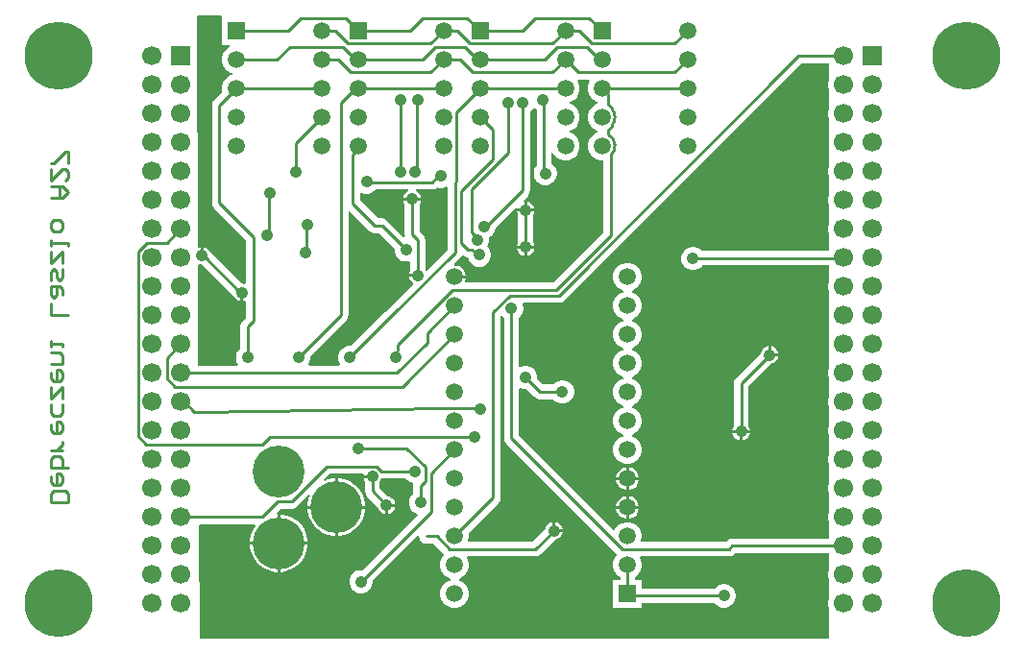
<source format=gbl>
G04*
G04 #@! TF.GenerationSoftware,Altium Limited,Altium Designer,22.4.2 (48)*
G04*
G04 Layer_Physical_Order=2*
G04 Layer_Color=16711680*
%FSLAX25Y25*%
%MOIN*%
G70*
G04*
G04 #@! TF.SameCoordinates,2B347DE3-97D0-49F3-8BDC-BE20E8F67AC4*
G04*
G04*
G04 #@! TF.FilePolarity,Positive*
G04*
G01*
G75*
%ADD12C,0.01000*%
%ADD46C,0.05906*%
%ADD47C,0.05906*%
%ADD48R,0.05906X0.05906*%
%ADD49C,0.18000*%
%ADD50R,0.05906X0.05906*%
%ADD51C,0.06693*%
%ADD52R,0.06693X0.06693*%
%ADD53C,0.23622*%
%ADD54C,0.04100*%
G36*
X204423Y201364D02*
X204046Y200711D01*
X203709Y199451D01*
Y198147D01*
X204046Y196888D01*
X204698Y195758D01*
X205620Y194836D01*
X206750Y194184D01*
X207220Y194058D01*
Y193540D01*
X206750Y193414D01*
X205620Y192762D01*
X204698Y191840D01*
X204046Y190711D01*
X203709Y189451D01*
Y188147D01*
X204046Y186888D01*
X204698Y185758D01*
X205620Y184836D01*
X206750Y184184D01*
X207220Y184058D01*
Y183540D01*
X206750Y183414D01*
X205620Y182762D01*
X204698Y181840D01*
X204046Y180711D01*
X203709Y179451D01*
Y178147D01*
X204046Y176888D01*
X204698Y175758D01*
X205620Y174836D01*
X206750Y174184D01*
X208009Y173846D01*
X209065D01*
Y148694D01*
X191814Y131443D01*
X161456D01*
X161196Y131943D01*
X161433Y132826D01*
Y132846D01*
X157480D01*
Y133846D01*
X161433D01*
Y133867D01*
X161164Y134872D01*
X160643Y135774D01*
X159907Y136509D01*
X159006Y137030D01*
X158001Y137299D01*
X157458D01*
X157251Y137799D01*
X159495Y140043D01*
X159863Y140594D01*
X160163Y140837D01*
X160514Y140736D01*
X161080Y140358D01*
X162056Y140164D01*
X162094D01*
X162291Y139431D01*
X162824Y138507D01*
X163578Y137753D01*
X164502Y137220D01*
X165532Y136944D01*
X166598D01*
X167628Y137220D01*
X168552Y137753D01*
X169306Y138507D01*
X169839Y139431D01*
X170115Y140461D01*
Y141527D01*
X169839Y142558D01*
X169306Y143481D01*
X168879Y143907D01*
X169217Y144493D01*
X169493Y145523D01*
Y146590D01*
X169369Y147051D01*
X170060Y147450D01*
X170814Y148204D01*
X171347Y149127D01*
X171623Y150157D01*
Y150301D01*
X178629Y157308D01*
X179077Y157049D01*
X179063Y156996D01*
X181587D01*
Y159520D01*
X181534Y159506D01*
X181275Y159954D01*
X182905Y161583D01*
X183457Y162410D01*
X183651Y163386D01*
Y190719D01*
X184343Y191411D01*
X184648Y191938D01*
X185143Y192003D01*
X185505Y191641D01*
X185935Y191393D01*
Y171978D01*
X185736Y171778D01*
X185202Y170855D01*
X184926Y169825D01*
Y168758D01*
X185202Y167728D01*
X185736Y166805D01*
X186490Y166051D01*
X187413Y165517D01*
X188443Y165241D01*
X189510D01*
X190540Y165517D01*
X191463Y166051D01*
X192217Y166805D01*
X192750Y167728D01*
X193026Y168758D01*
Y169825D01*
X192750Y170855D01*
X192217Y171778D01*
X191463Y172532D01*
X191033Y172780D01*
Y176367D01*
X191533Y176501D01*
X191962Y175758D01*
X192884Y174836D01*
X194014Y174184D01*
X195273Y173846D01*
X196577D01*
X197837Y174184D01*
X198966Y174836D01*
X199888Y175758D01*
X200540Y176888D01*
X200878Y178147D01*
Y179451D01*
X200540Y180711D01*
X199888Y181840D01*
X198966Y182762D01*
X197837Y183414D01*
X197367Y183540D01*
Y184058D01*
X197837Y184184D01*
X198966Y184836D01*
X199888Y185758D01*
X200540Y186888D01*
X200878Y188147D01*
Y189451D01*
X200540Y190711D01*
X199888Y191840D01*
X198966Y192762D01*
X197837Y193414D01*
X197367Y193540D01*
Y194058D01*
X197837Y194184D01*
X198966Y194836D01*
X199888Y195758D01*
X200540Y196888D01*
X200878Y198147D01*
Y199451D01*
X200540Y200711D01*
X200185Y201326D01*
X200274Y201543D01*
X200490Y201798D01*
X204173D01*
X204423Y201364D01*
D02*
G37*
G36*
X155144Y164546D02*
Y142901D01*
X147722Y135479D01*
X147628Y135491D01*
X147234Y135699D01*
Y146234D01*
X147040Y147210D01*
X146487Y148037D01*
X145265Y149258D01*
Y158748D01*
X145559Y159256D01*
X145740Y159933D01*
X139693D01*
X139874Y159256D01*
X140168Y158748D01*
Y148203D01*
X140315Y147461D01*
X139854Y147215D01*
X134173Y152897D01*
X133346Y153449D01*
X132370Y153643D01*
X130888D01*
X124596Y159935D01*
Y162532D01*
X125029Y162782D01*
X125405Y162565D01*
X126435Y162289D01*
X127502D01*
X128532Y162565D01*
X129455Y163098D01*
X130076Y163718D01*
X141358D01*
X141370Y163688D01*
X141441Y163218D01*
X140844Y162874D01*
X140276Y162306D01*
X139874Y161610D01*
X139693Y160933D01*
X145740D01*
X145559Y161610D01*
X145157Y162306D01*
X144589Y162874D01*
X143992Y163218D01*
X144063Y163688D01*
X144075Y163718D01*
X149680D01*
X150656Y163912D01*
X151416Y164420D01*
X152026Y164257D01*
X153092D01*
X154122Y164533D01*
X154644Y164834D01*
X155144Y164546D01*
D02*
G37*
G36*
X287402Y201629D02*
X287154Y200704D01*
Y199296D01*
X287402Y198371D01*
Y191630D01*
X287154Y190704D01*
Y189296D01*
X287402Y188371D01*
Y171630D01*
X287154Y170704D01*
Y169296D01*
X287402Y168370D01*
Y161629D01*
X287154Y160704D01*
Y159296D01*
X287402Y158370D01*
Y151629D01*
X287154Y150704D01*
Y149296D01*
X287402Y148371D01*
Y142431D01*
X243218D01*
X242644Y143005D01*
X241721Y143538D01*
X240691Y143814D01*
X239624D01*
X238594Y143538D01*
X237671Y143005D01*
X236917Y142251D01*
X236384Y141327D01*
X236107Y140297D01*
Y139231D01*
X236384Y138200D01*
X236917Y137277D01*
X237671Y136523D01*
X238594Y135990D01*
X239624Y135714D01*
X240691D01*
X241721Y135990D01*
X242644Y136523D01*
X243398Y137277D01*
X243431Y137333D01*
X287402D01*
Y131630D01*
X287154Y130704D01*
Y129296D01*
X287402Y128370D01*
Y101629D01*
X287154Y100704D01*
Y99296D01*
X287402Y98370D01*
Y91629D01*
X287154Y90704D01*
Y89296D01*
X287402Y88371D01*
Y81630D01*
X287154Y80704D01*
Y79296D01*
X287402Y78370D01*
Y71630D01*
X287154Y70704D01*
Y69296D01*
X287402Y68370D01*
Y61629D01*
X287154Y60704D01*
Y59296D01*
X287402Y58371D01*
Y51630D01*
X287154Y50704D01*
Y49296D01*
X287402Y48371D01*
Y42549D01*
X253851D01*
X252876Y42355D01*
X252049Y41802D01*
X251689Y41442D01*
X222508D01*
X222204Y41839D01*
X222433Y42694D01*
Y43998D01*
X222095Y45258D01*
X221444Y46387D01*
X220521Y47309D01*
X219392Y47961D01*
X218132Y48299D01*
X216828D01*
X215569Y47961D01*
X214439Y47309D01*
X213517Y46387D01*
X213074Y45621D01*
X212579Y45555D01*
X179751Y78383D01*
Y94597D01*
X180184Y94847D01*
X180523Y94651D01*
X181553Y94375D01*
X182532D01*
X185205Y91702D01*
X186032Y91149D01*
X187008Y90955D01*
X191703D01*
X192395Y90263D01*
X193319Y89730D01*
X194349Y89454D01*
X195415D01*
X196445Y89730D01*
X197369Y90263D01*
X198123Y91017D01*
X198656Y91941D01*
X198932Y92971D01*
Y94037D01*
X198656Y95067D01*
X198123Y95991D01*
X197369Y96745D01*
X196445Y97278D01*
X195415Y97554D01*
X194349D01*
X193319Y97278D01*
X192395Y96745D01*
X191703Y96053D01*
X188064D01*
X186137Y97980D01*
Y98958D01*
X185861Y99988D01*
X185327Y100912D01*
X184573Y101666D01*
X183650Y102199D01*
X182620Y102475D01*
X181553D01*
X180523Y102199D01*
X180184Y102003D01*
X179751Y102253D01*
Y119191D01*
X180442Y119882D01*
X180976Y120806D01*
X181252Y121836D01*
Y122902D01*
X180999Y123845D01*
X181241Y124345D01*
X193699D01*
X194674Y124539D01*
X195501Y125091D01*
X277861Y207451D01*
X287402D01*
Y201629D01*
D02*
G37*
G36*
X76740Y223534D02*
Y213846D01*
X79530D01*
X79663Y213347D01*
X78652Y212762D01*
X77730Y211840D01*
X77078Y210711D01*
X76740Y209451D01*
Y208147D01*
X77078Y206888D01*
X77730Y205758D01*
X78652Y204836D01*
X79781Y204184D01*
X80251Y204058D01*
Y203540D01*
X79781Y203414D01*
X78652Y202762D01*
X77730Y201840D01*
X77078Y200711D01*
X76740Y199451D01*
Y198147D01*
X76887Y197598D01*
X73985Y194696D01*
X73432Y193869D01*
X73238Y192894D01*
Y158991D01*
X73432Y158016D01*
X73985Y157189D01*
X85049Y146124D01*
Y131216D01*
X84549Y130872D01*
X84063Y131003D01*
X83724D01*
X72618Y142109D01*
X72322Y142621D01*
X71755Y143189D01*
X71059Y143590D01*
X70382Y143772D01*
Y140748D01*
X69382D01*
Y143772D01*
X68783Y143611D01*
X68282Y143849D01*
X67921Y223680D01*
X68274Y224034D01*
X76357D01*
X76740Y223534D01*
D02*
G37*
G36*
X128029Y149292D02*
X128856Y148739D01*
X129832Y148545D01*
X131315D01*
X136698Y143162D01*
Y142183D01*
X136974Y141153D01*
X137507Y140230D01*
X138261Y139476D01*
X139185Y138943D01*
X140215Y138666D01*
X141281D01*
X141739Y138789D01*
X142136Y138485D01*
Y135543D01*
X141843Y135036D01*
X141661Y134358D01*
X144685D01*
Y133358D01*
X141661D01*
X141843Y132681D01*
X142244Y131985D01*
X142812Y131418D01*
X142994Y131313D01*
X143059Y130817D01*
X133602Y121360D01*
X133303Y121160D01*
X121508Y109365D01*
X120530D01*
X119500Y109089D01*
X118576Y108556D01*
X117822Y107802D01*
X117289Y106878D01*
X117013Y105848D01*
Y104782D01*
X117289Y103752D01*
X117695Y103049D01*
X117427Y102549D01*
X106982D01*
X106715Y103049D01*
X107121Y103752D01*
X107396Y104782D01*
Y105760D01*
X119913Y118276D01*
X120465Y119103D01*
X120659Y120079D01*
Y156009D01*
X121121Y156200D01*
X128029Y149292D01*
D02*
G37*
G36*
X69480Y137698D02*
X69819D01*
X80925Y126592D01*
X81221Y126080D01*
X81789Y125512D01*
X82484Y125111D01*
X83161Y124929D01*
Y127953D01*
X84161D01*
Y124929D01*
X84549Y125033D01*
X85049Y124690D01*
Y119189D01*
X83828Y117967D01*
X83275Y117140D01*
X83081Y116164D01*
Y108494D01*
X82389Y107802D01*
X81856Y106878D01*
X81580Y105848D01*
Y104782D01*
X81856Y103752D01*
X82262Y103049D01*
X81994Y102549D01*
X68469D01*
X68310Y137626D01*
X68809Y137878D01*
X69480Y137698D01*
D02*
G37*
G36*
X173924Y119946D02*
X173961Y119882D01*
X174653Y119191D01*
Y77328D01*
X174847Y76352D01*
X175399Y75525D01*
X213739Y37185D01*
X213754Y36624D01*
X213517Y36387D01*
X212865Y35258D01*
X212528Y33998D01*
Y32694D01*
X212865Y31434D01*
X213517Y30305D01*
X214439Y29383D01*
X214931Y29099D01*
Y28299D01*
X212528D01*
Y18393D01*
X222433D01*
Y20089D01*
X247806D01*
X248498Y19397D01*
X249421Y18864D01*
X250451Y18588D01*
X251518D01*
X252548Y18864D01*
X253471Y19397D01*
X254225Y20151D01*
X254758Y21075D01*
X255034Y22105D01*
Y23171D01*
X254758Y24201D01*
X254225Y25125D01*
X253471Y25879D01*
X252548Y26412D01*
X251518Y26688D01*
X250451D01*
X249421Y26412D01*
X248498Y25879D01*
X247806Y25187D01*
X222433D01*
Y28299D01*
X220029D01*
Y29099D01*
X220521Y29383D01*
X221444Y30305D01*
X222095Y31434D01*
X222433Y32694D01*
Y33998D01*
X222095Y35258D01*
X221718Y35911D01*
X221968Y36344D01*
X252744D01*
X253720Y36538D01*
X254547Y37091D01*
X254907Y37451D01*
X287402D01*
Y31629D01*
X287154Y30704D01*
Y29296D01*
X287402Y28370D01*
Y21630D01*
X287154Y20704D01*
Y19296D01*
X287402Y18371D01*
Y7874D01*
X68898D01*
X68720Y47097D01*
X69073Y47451D01*
X88176D01*
X88443Y46951D01*
X87595Y45682D01*
X86841Y43862D01*
X86457Y41930D01*
Y41445D01*
X95957D01*
Y50945D01*
X95919D01*
X95712Y51445D01*
X97163Y52896D01*
X100924D01*
X101899Y53090D01*
X102726Y53642D01*
X106904Y57820D01*
X107328Y57537D01*
X106841Y56362D01*
X106457Y54430D01*
Y53945D01*
X115957D01*
Y63445D01*
X115472D01*
X113540Y63061D01*
X112364Y62574D01*
X112081Y62998D01*
X114061Y64977D01*
X125637D01*
X125941Y64581D01*
X125913Y64476D01*
X128937D01*
Y63476D01*
X125913D01*
X126095Y62799D01*
X126388Y62291D01*
Y59055D01*
X126582Y58080D01*
X127135Y57253D01*
X130864Y53523D01*
X131016Y52957D01*
X131418Y52261D01*
X131985Y51693D01*
X132681Y51292D01*
X133358Y51110D01*
Y54134D01*
X133858D01*
Y54634D01*
X136882D01*
X136700Y55311D01*
X136299Y56007D01*
X135731Y56574D01*
X135036Y56976D01*
X134469Y57128D01*
X131486Y60111D01*
Y62291D01*
X131779Y62799D01*
X131942Y63405D01*
X131989Y63396D01*
X140522D01*
X141214Y62704D01*
X142138Y62171D01*
X142864Y61976D01*
X143168Y61895D01*
X143220Y61395D01*
X143120Y60895D01*
Y58297D01*
X142429Y57605D01*
X141895Y56681D01*
X141619Y55651D01*
Y54585D01*
X141895Y53555D01*
X142429Y52631D01*
X143183Y51877D01*
X144106Y51344D01*
X144470Y51247D01*
X144600Y50763D01*
X125445Y31609D01*
X124467D01*
X123437Y31333D01*
X122513Y30800D01*
X121759Y30046D01*
X121226Y29122D01*
X120950Y28092D01*
Y27026D01*
X121226Y25996D01*
X121759Y25072D01*
X122513Y24318D01*
X123437Y23785D01*
X124467Y23509D01*
X125533D01*
X126563Y23785D01*
X127487Y24318D01*
X128241Y25072D01*
X128774Y25996D01*
X129050Y27026D01*
Y28004D01*
X144663Y43617D01*
X145104Y43381D01*
X145089Y43307D01*
X145283Y42332D01*
X145835Y41505D01*
X146662Y40952D01*
X147638Y40758D01*
X150167D01*
X153740Y37185D01*
X153754Y36624D01*
X153517Y36388D01*
X152865Y35258D01*
X152528Y33999D01*
Y32694D01*
X152865Y31435D01*
X153517Y30305D01*
X154439Y29383D01*
X155569Y28731D01*
X156039Y28605D01*
Y28088D01*
X155569Y27962D01*
X154439Y27310D01*
X153517Y26388D01*
X152865Y25258D01*
X152528Y23999D01*
Y22694D01*
X152865Y21435D01*
X153517Y20305D01*
X154439Y19383D01*
X155569Y18731D01*
X156828Y18394D01*
X158132D01*
X159392Y18731D01*
X160521Y19383D01*
X161443Y20305D01*
X162095Y21435D01*
X162433Y22694D01*
Y23999D01*
X162095Y25258D01*
X161443Y26388D01*
X160521Y27310D01*
X159392Y27962D01*
X158922Y28088D01*
Y28605D01*
X159392Y28731D01*
X160521Y29383D01*
X161443Y30305D01*
X162095Y31435D01*
X162433Y32694D01*
Y33999D01*
X162095Y35258D01*
X161718Y35912D01*
X161968Y36345D01*
X185547D01*
X186523Y36539D01*
X187350Y37091D01*
X192540Y42282D01*
X193106Y42433D01*
X193802Y42835D01*
X194370Y43403D01*
X194771Y44098D01*
X194953Y44776D01*
X191929D01*
Y45276D01*
X191429D01*
Y48299D01*
X190752Y48118D01*
X190056Y47716D01*
X189488Y47148D01*
X189087Y46453D01*
X188935Y45886D01*
X184491Y41443D01*
X162508D01*
X162204Y41839D01*
X162433Y42694D01*
Y43999D01*
X162286Y44547D01*
X172675Y54937D01*
X173228Y55764D01*
X173422Y56739D01*
Y119816D01*
X173913Y119948D01*
X173924Y119946D01*
D02*
G37*
%LPC*%
G36*
X182587Y159520D02*
Y156996D01*
X185110D01*
X184929Y157673D01*
X184527Y158369D01*
X183959Y158937D01*
X183264Y159338D01*
X182587Y159520D01*
D02*
G37*
G36*
X185110Y155996D02*
X179063D01*
X179244Y155319D01*
X179538Y154811D01*
Y145386D01*
X179244Y144878D01*
X179063Y144201D01*
X185110D01*
X184929Y144878D01*
X184636Y145386D01*
Y154811D01*
X184929Y155319D01*
X185110Y155996D01*
D02*
G37*
G36*
Y143201D02*
X182587D01*
Y140677D01*
X183264Y140859D01*
X183959Y141260D01*
X184527Y141828D01*
X184929Y142524D01*
X185110Y143201D01*
D02*
G37*
G36*
X181587D02*
X179063D01*
X179244Y142524D01*
X179646Y141828D01*
X180214Y141260D01*
X180909Y140859D01*
X181587Y140677D01*
Y143201D01*
D02*
G37*
G36*
X267232Y109323D02*
Y106799D01*
X269756D01*
X269574Y107476D01*
X269173Y108172D01*
X268605Y108740D01*
X267910Y109141D01*
X267232Y109323D01*
D02*
G37*
G36*
X266232D02*
X265555Y109141D01*
X264860Y108740D01*
X264292Y108172D01*
X263890Y107476D01*
X263738Y106910D01*
X255087Y98259D01*
X254535Y97432D01*
X254341Y96457D01*
Y81410D01*
X254048Y80902D01*
X253866Y80224D01*
X259913D01*
X259732Y80902D01*
X259439Y81410D01*
Y95401D01*
X267343Y103305D01*
X267910Y103457D01*
X268605Y103859D01*
X269173Y104427D01*
X269574Y105122D01*
X269756Y105799D01*
X266732D01*
Y106299D01*
X266232D01*
Y109323D01*
D02*
G37*
G36*
X259913Y79224D02*
X257390D01*
Y76701D01*
X258067Y76882D01*
X258763Y77284D01*
X259330Y77852D01*
X259732Y78547D01*
X259913Y79224D01*
D02*
G37*
G36*
X256390D02*
X253866D01*
X254048Y78547D01*
X254449Y77852D01*
X255017Y77284D01*
X255713Y76882D01*
X256390Y76701D01*
Y79224D01*
D02*
G37*
G36*
X218132Y138299D02*
X216828D01*
X215569Y137961D01*
X214439Y137309D01*
X213517Y136387D01*
X212865Y135258D01*
X212528Y133998D01*
Y132694D01*
X212865Y131434D01*
X213517Y130305D01*
X214439Y129383D01*
X215569Y128731D01*
X216039Y128605D01*
Y128087D01*
X215569Y127961D01*
X214439Y127309D01*
X213517Y126387D01*
X212865Y125258D01*
X212528Y123998D01*
Y122694D01*
X212865Y121434D01*
X213517Y120305D01*
X214439Y119383D01*
X215569Y118731D01*
X216039Y118605D01*
Y118087D01*
X215569Y117961D01*
X214439Y117309D01*
X213517Y116387D01*
X212865Y115258D01*
X212528Y113998D01*
Y112694D01*
X212865Y111434D01*
X213517Y110305D01*
X214439Y109383D01*
X215569Y108731D01*
X216039Y108605D01*
Y108087D01*
X215569Y107961D01*
X214439Y107309D01*
X213517Y106387D01*
X212865Y105258D01*
X212528Y103998D01*
Y102694D01*
X212865Y101435D01*
X213517Y100305D01*
X214439Y99383D01*
X215569Y98731D01*
X216039Y98605D01*
Y98087D01*
X215569Y97961D01*
X214439Y97309D01*
X213517Y96387D01*
X212865Y95258D01*
X212528Y93998D01*
Y92694D01*
X212865Y91435D01*
X213517Y90305D01*
X214439Y89383D01*
X215569Y88731D01*
X216039Y88605D01*
Y88087D01*
X215569Y87961D01*
X214439Y87309D01*
X213517Y86387D01*
X212865Y85258D01*
X212528Y83998D01*
Y82694D01*
X212865Y81435D01*
X213517Y80305D01*
X214439Y79383D01*
X215569Y78731D01*
X216039Y78605D01*
Y78087D01*
X215569Y77961D01*
X214439Y77309D01*
X213517Y76387D01*
X212865Y75258D01*
X212528Y73998D01*
Y72694D01*
X212865Y71434D01*
X213517Y70305D01*
X214439Y69383D01*
X215569Y68731D01*
X216828Y68393D01*
X218132D01*
X219392Y68731D01*
X220521Y69383D01*
X221444Y70305D01*
X222095Y71434D01*
X222433Y72694D01*
Y73998D01*
X222095Y75258D01*
X221444Y76387D01*
X220521Y77309D01*
X219392Y77961D01*
X218922Y78087D01*
Y78605D01*
X219392Y78731D01*
X220521Y79383D01*
X221444Y80305D01*
X222095Y81435D01*
X222433Y82694D01*
Y83998D01*
X222095Y85258D01*
X221444Y86387D01*
X220521Y87309D01*
X219392Y87961D01*
X218922Y88087D01*
Y88605D01*
X219392Y88731D01*
X220521Y89383D01*
X221444Y90305D01*
X222095Y91435D01*
X222433Y92694D01*
Y93998D01*
X222095Y95258D01*
X221444Y96387D01*
X220521Y97309D01*
X219392Y97961D01*
X218922Y98087D01*
Y98605D01*
X219392Y98731D01*
X220521Y99383D01*
X221444Y100305D01*
X222095Y101435D01*
X222433Y102694D01*
Y103998D01*
X222095Y105258D01*
X221444Y106387D01*
X220521Y107309D01*
X219392Y107961D01*
X218922Y108087D01*
Y108605D01*
X219392Y108731D01*
X220521Y109383D01*
X221444Y110305D01*
X222095Y111434D01*
X222433Y112694D01*
Y113998D01*
X222095Y115258D01*
X221444Y116387D01*
X220521Y117309D01*
X219392Y117961D01*
X218922Y118087D01*
Y118605D01*
X219392Y118731D01*
X220521Y119383D01*
X221444Y120305D01*
X222095Y121434D01*
X222433Y122694D01*
Y123998D01*
X222095Y125258D01*
X221444Y126387D01*
X220521Y127309D01*
X219392Y127961D01*
X218922Y128087D01*
Y128605D01*
X219392Y128731D01*
X220521Y129383D01*
X221444Y130305D01*
X222095Y131434D01*
X222433Y132694D01*
Y133998D01*
X222095Y135258D01*
X221444Y136387D01*
X220521Y137309D01*
X219392Y137961D01*
X218132Y138299D01*
D02*
G37*
G36*
X218001Y67299D02*
X217980D01*
Y63846D01*
X221433D01*
Y63867D01*
X221164Y64872D01*
X220643Y65773D01*
X219907Y66509D01*
X219006Y67030D01*
X218001Y67299D01*
D02*
G37*
G36*
X216980D02*
X216960D01*
X215955Y67030D01*
X215053Y66509D01*
X214317Y65773D01*
X213797Y64872D01*
X213528Y63867D01*
Y63846D01*
X216980D01*
Y67299D01*
D02*
G37*
G36*
X221433Y62846D02*
X217980D01*
Y59393D01*
X218001D01*
X219006Y59663D01*
X219907Y60183D01*
X220643Y60919D01*
X221164Y61820D01*
X221433Y62826D01*
Y62846D01*
D02*
G37*
G36*
X216980D02*
X213528D01*
Y62826D01*
X213797Y61820D01*
X214317Y60919D01*
X215053Y60183D01*
X215955Y59663D01*
X216960Y59393D01*
X216980D01*
Y62846D01*
D02*
G37*
G36*
X218001Y57299D02*
X217980D01*
Y53846D01*
X221433D01*
Y53866D01*
X221164Y54872D01*
X220643Y55773D01*
X219907Y56509D01*
X219006Y57029D01*
X218001Y57299D01*
D02*
G37*
G36*
X216980D02*
X216960D01*
X215955Y57029D01*
X215053Y56509D01*
X214317Y55773D01*
X213797Y54872D01*
X213528Y53866D01*
Y53846D01*
X216980D01*
Y57299D01*
D02*
G37*
G36*
X221433Y52846D02*
X217980D01*
Y49393D01*
X218001D01*
X219006Y49663D01*
X219907Y50183D01*
X220643Y50919D01*
X221164Y51820D01*
X221433Y52826D01*
Y52846D01*
D02*
G37*
G36*
X216980D02*
X213528D01*
Y52826D01*
X213797Y51820D01*
X214317Y50919D01*
X215053Y50183D01*
X215955Y49663D01*
X216960Y49393D01*
X216980D01*
Y52846D01*
D02*
G37*
G36*
X117442Y63445D02*
X116957D01*
Y53945D01*
X126457D01*
Y54430D01*
X126072Y56362D01*
X125319Y58182D01*
X124224Y59820D01*
X122831Y61212D01*
X121194Y62307D01*
X119374Y63061D01*
X117442Y63445D01*
D02*
G37*
G36*
X136882Y53634D02*
X134358D01*
Y51110D01*
X135036Y51292D01*
X135731Y51693D01*
X136299Y52261D01*
X136700Y52957D01*
X136882Y53634D01*
D02*
G37*
G36*
X192429Y48299D02*
Y45776D01*
X194953D01*
X194771Y46453D01*
X194370Y47148D01*
X193802Y47716D01*
X193106Y48118D01*
X192429Y48299D01*
D02*
G37*
G36*
X126457Y52945D02*
X116957D01*
Y43445D01*
X117442D01*
X119374Y43829D01*
X121194Y44583D01*
X122831Y45677D01*
X124224Y47070D01*
X125319Y48708D01*
X126072Y50528D01*
X126457Y52460D01*
Y52945D01*
D02*
G37*
G36*
X115957D02*
X106457D01*
Y52460D01*
X106841Y50528D01*
X107595Y48708D01*
X108689Y47070D01*
X110082Y45677D01*
X111720Y44583D01*
X113540Y43829D01*
X115472Y43445D01*
X115957D01*
Y52945D01*
D02*
G37*
G36*
X97442Y50945D02*
X96957D01*
Y41445D01*
X106457D01*
Y41930D01*
X106072Y43862D01*
X105319Y45682D01*
X104224Y47319D01*
X102831Y48712D01*
X101193Y49807D01*
X99374Y50561D01*
X97442Y50945D01*
D02*
G37*
G36*
X106457Y40445D02*
X96957D01*
Y30945D01*
X97442D01*
X99374Y31329D01*
X101193Y32083D01*
X102831Y33177D01*
X104224Y34570D01*
X105319Y36208D01*
X106072Y38028D01*
X106457Y39960D01*
Y40445D01*
D02*
G37*
G36*
X95957D02*
X86457D01*
Y39960D01*
X86841Y38028D01*
X87595Y36208D01*
X88689Y34570D01*
X90082Y33177D01*
X91720Y32083D01*
X93540Y31329D01*
X95472Y30945D01*
X95957D01*
Y40445D01*
D02*
G37*
%LPD*%
D12*
X158128Y87752D02*
G03*
X156833Y87752I-647J-4405D01*
G01*
X212066Y185930D02*
G03*
X212066Y191669I-3405J2869D01*
G01*
X211720Y175563D02*
G03*
X211227Y182439I-3059J3236D01*
G01*
X211151Y182499D02*
G03*
X211227Y182439I662J750D01*
G01*
X138779Y169817D02*
Y194882D01*
X144282Y170220D02*
Y194479D01*
X143879Y169817D02*
X144282Y170220D01*
X149680Y166267D02*
X151720Y168307D01*
X127040Y166267D02*
X149680D01*
X126969Y166339D02*
X127040Y166267D01*
X151720Y168307D02*
X152559D01*
X102362Y179882D02*
X111279Y188799D01*
X102362Y169889D02*
Y179882D01*
X149251Y51810D02*
Y65117D01*
X125000Y27559D02*
X149251Y51810D01*
Y65117D02*
X157480Y73347D01*
X147638Y43307D02*
X151223D01*
X155636Y38894D01*
X185547D01*
X153880Y87752D02*
X156833D01*
X158128D02*
X166167D01*
X153874Y87752D02*
X153880Y87752D01*
X67983Y86614D02*
X153874Y87752D01*
X166167Y87752D02*
X166330Y87590D01*
X67154Y86614D02*
X67983D01*
X66861Y86907D02*
X67154Y86614D01*
X170873Y121061D02*
X176706Y126894D01*
X63769Y90000D02*
X66861Y86907D01*
X62500Y90000D02*
X63769D01*
X157480Y43347D02*
X170873Y56739D01*
Y121061D01*
X60492Y95153D02*
X139287D01*
X57653Y97992D02*
X60492Y95153D01*
X139287D02*
X157480Y113347D01*
X93462Y77799D02*
X164327D01*
X47653Y77992D02*
Y142008D01*
X90816Y75153D02*
X93462Y77799D01*
X50493Y75153D02*
X90816D01*
X128937Y59055D02*
X133858Y54134D01*
X131989Y65945D02*
X143701D01*
X113005Y67526D02*
X130408D01*
X131989Y65945D01*
X128937Y59055D02*
Y63976D01*
X100924Y55445D02*
X113005Y67526D01*
X57653Y97992D02*
Y105154D01*
X164327Y77799D02*
X164370Y77756D01*
X124016Y73819D02*
X140847D01*
X147251Y67415D01*
Y62477D02*
Y67415D01*
X145669Y60895D02*
X147251Y62477D01*
X145669Y55118D02*
Y60895D01*
X157693Y141846D02*
Y166049D01*
X135106Y119358D02*
X135205D01*
X157693Y141846D01*
X121063Y105315D02*
X135106Y119358D01*
X129832Y151094D02*
X132370D01*
X140748Y142717D01*
X122047Y158879D02*
X129832Y151094D01*
X144685Y133858D02*
Y146234D01*
X142717Y148203D02*
X144685Y146234D01*
X122047Y158879D02*
Y175761D01*
X124016Y177729D02*
Y178799D01*
X122047Y175761D02*
X124016Y177729D01*
X210630Y193373D02*
Y196831D01*
Y183397D02*
X210630Y183025D01*
X211149Y182501D02*
X211151Y182499D01*
X210836Y182814D02*
X211149Y182501D01*
X210630Y184225D02*
X212066Y185930D01*
X210630Y183025D02*
X210836Y182814D01*
X137198Y105315D02*
X137795Y108537D01*
X210630Y183397D02*
Y184225D01*
Y193373D02*
X212066Y191669D01*
X137795Y108537D02*
Y109959D01*
X142717Y148203D02*
Y160433D01*
X182087Y143701D02*
Y156496D01*
X185547Y38894D02*
X191929Y45276D01*
X256890Y96457D02*
X266732Y106299D01*
X256890Y79724D02*
Y96457D01*
X87598Y118133D02*
Y147180D01*
X85630Y105315D02*
Y116164D01*
X87598Y118133D01*
X69882Y140748D02*
X70374D01*
X83169Y127953D01*
X83661D01*
X47653Y77992D02*
X50493Y75153D01*
X47653Y142008D02*
X50800Y145153D01*
X57653D02*
X62500Y150000D01*
X50800Y145153D02*
X57653D01*
X182087Y98425D02*
X187008Y93504D01*
X194882D01*
X144282Y194479D02*
X144685Y194882D01*
X93012Y148130D02*
Y161909D01*
X93504Y162402D01*
X188484Y169783D02*
Y194390D01*
X187992Y194882D02*
X188484Y194390D01*
Y169783D02*
X188976Y169291D01*
X166339Y198799D02*
X195925D01*
X218189Y22638D02*
X250984D01*
X217480Y23346D02*
X218189Y22638D01*
X217480Y23346D02*
Y33346D01*
X276805Y210000D02*
X292500D01*
X176706Y126894D02*
X193699D01*
X276805Y210000D01*
X156730Y128894D02*
X192870D01*
X211614Y147638D02*
Y175457D01*
X192870Y128894D02*
X211614Y147638D01*
X208661Y198799D02*
X210337Y197124D01*
X210630Y196831D01*
X177202Y77328D02*
X215636Y38893D01*
X252744D01*
X177202Y77328D02*
Y122369D01*
X57653Y105154D02*
X62500Y110000D01*
Y100000D02*
X137501D01*
X147904Y110403D02*
Y113770D01*
X137501Y100000D02*
X147904Y110403D01*
Y113770D02*
X157480Y123346D01*
X240158Y139764D02*
X240276Y139882D01*
X292382D01*
X292500Y140000D01*
X146431Y208799D02*
X150883Y213252D01*
X161031D01*
X118708D02*
X123161Y208799D01*
X146431D01*
X123012Y198799D02*
X124016D01*
X153602D01*
X90663Y50000D02*
X96107Y55445D01*
X62500Y50000D02*
X90663D01*
X96107Y55445D02*
X100924D01*
X163243Y148876D02*
Y163874D01*
X165226Y140994D02*
X166065D01*
X159693Y145076D02*
X162056Y142713D01*
X163243Y148876D02*
X165443Y146676D01*
X168407Y150690D02*
X181102Y163386D01*
X162056Y142713D02*
X163507D01*
X167573Y150690D02*
X168407D01*
X165443Y146056D02*
Y146676D01*
X163507Y142713D02*
X165226Y140994D01*
X163243Y163874D02*
X176002Y176633D01*
X252744Y38893D02*
X253851Y40000D01*
X292500D01*
X103347Y105315D02*
X118110Y120079D01*
Y193898D01*
X123012Y198799D01*
X181102Y163386D02*
Y193898D01*
X159330Y208799D02*
X163783Y204346D01*
X191472D02*
X195925Y208799D01*
X163783Y204346D02*
X191472D01*
X176002Y176633D02*
Y193898D01*
X211614Y175457D02*
X211720Y175563D01*
X211227Y182439D02*
X211227Y182439D01*
X159693Y145076D02*
Y163152D01*
X170791Y174251D01*
X166339Y188799D02*
X170791Y184346D01*
Y174251D02*
Y184346D01*
X157693Y166049D02*
X158055Y166411D01*
Y190516D01*
X137795Y109959D02*
X156730Y128894D01*
X105670Y141880D02*
X105985Y142195D01*
Y151260D01*
X92520Y147638D02*
X93012Y148130D01*
X75787Y158991D02*
Y192894D01*
Y158991D02*
X87598Y147180D01*
X105985Y151260D02*
X106299Y151575D01*
X75787Y192894D02*
X81693Y198799D01*
X233795Y204346D02*
X238248Y208799D01*
X195925D02*
X200378Y204346D01*
X233795D01*
X153602Y208799D02*
X159330D01*
X149150Y204346D02*
X153602Y208799D01*
X117007D02*
X121460Y204346D01*
X149150D01*
X111279Y208799D02*
X117007D01*
X207806D02*
X208661D01*
X203353Y213252D02*
X207806Y208799D01*
X193206Y213252D02*
X203353D01*
X188754Y208799D02*
X193206Y213252D01*
X166339Y208799D02*
X188754D01*
X165483D02*
X166339D01*
X161031Y213252D02*
X165483Y208799D01*
X100299Y213252D02*
X118708D01*
X95846Y208799D02*
X100299Y213252D01*
X81693Y208799D02*
X95846D01*
X205087Y214347D02*
X233795D01*
X195925Y218799D02*
X200635D01*
X205087Y214347D01*
X233795D02*
X238248Y218799D01*
X181054D02*
X185507Y223252D01*
X166339Y218799D02*
X181054D01*
X191472Y214347D02*
X195925Y218799D01*
X162765Y214347D02*
X191472D01*
X158312Y218799D02*
X162765Y214347D01*
X153602Y218799D02*
X158312D01*
X149150Y214347D02*
X153602Y218799D01*
X120442Y214347D02*
X149150D01*
X115989Y218799D02*
X120442Y214347D01*
X111279Y218799D02*
X115989D01*
X124016D02*
X141951D01*
X146404Y223252D01*
X208661Y198799D02*
X238248D01*
X185507Y223252D02*
X204209D01*
X208661Y218799D01*
X146404Y223252D02*
X161886D01*
X166339Y218799D01*
X119563Y223252D02*
X124016Y218799D01*
X104081Y223252D02*
X119563D01*
X99628Y218799D02*
X104081Y223252D01*
X81693Y218799D02*
X99628D01*
X158055Y190516D02*
X166339Y198799D01*
X81693D02*
X111279D01*
X23498Y55000D02*
X17500D01*
Y57999D01*
X18500Y58999D01*
X22498D01*
X23498Y57999D01*
Y55000D01*
X17500Y63997D02*
Y61998D01*
X18500Y60998D01*
X20499D01*
X21499Y61998D01*
Y63997D01*
X20499Y64997D01*
X19499D01*
Y60998D01*
X23498Y66996D02*
X17500D01*
Y69995D01*
X18500Y70995D01*
X19499D01*
X20499D01*
X21499Y69995D01*
Y66996D01*
Y72994D02*
X17500D01*
X19499D01*
X20499Y73994D01*
X21499Y74993D01*
Y75993D01*
X17500Y81991D02*
Y79992D01*
X18500Y78992D01*
X20499D01*
X21499Y79992D01*
Y81991D01*
X20499Y82991D01*
X19499D01*
Y78992D01*
X21499Y88989D02*
Y85990D01*
X20499Y84990D01*
X18500D01*
X17500Y85990D01*
Y88989D01*
X21499Y90988D02*
Y94987D01*
X17500Y90988D01*
Y94987D01*
Y99985D02*
Y97986D01*
X18500Y96986D01*
X20499D01*
X21499Y97986D01*
Y99985D01*
X20499Y100985D01*
X19499D01*
Y96986D01*
X17500Y102984D02*
X21499D01*
Y105983D01*
X20499Y106983D01*
X17500D01*
Y108983D02*
Y110982D01*
Y109982D01*
X21499D01*
Y108983D01*
X23498Y119979D02*
X17500D01*
Y123978D01*
X21499Y126977D02*
Y128976D01*
X20499Y129976D01*
X17500D01*
Y126977D01*
X18500Y125977D01*
X19499Y126977D01*
Y129976D01*
X17500Y131975D02*
Y134974D01*
X18500Y135974D01*
X19499Y134974D01*
Y132975D01*
X20499Y131975D01*
X21499Y132975D01*
Y135974D01*
Y137973D02*
Y141972D01*
X17500Y137973D01*
Y141972D01*
Y143971D02*
Y145971D01*
Y144971D01*
X23498D01*
Y143971D01*
X17500Y149969D02*
Y151969D01*
X18500Y152968D01*
X20499D01*
X21499Y151969D01*
Y149969D01*
X20499Y148970D01*
X18500D01*
X17500Y149969D01*
Y160966D02*
X21499D01*
X23498Y162965D01*
X21499Y164964D01*
X17500D01*
X20499D01*
Y160966D01*
X17500Y170963D02*
Y166964D01*
X21499Y170963D01*
X22498D01*
X23498Y169963D01*
Y167964D01*
X22498Y166964D01*
X23498Y172962D02*
Y176961D01*
X22498D01*
X18500Y172962D01*
X17500D01*
D46*
X157480Y53347D02*
D03*
Y43347D02*
D03*
Y33347D02*
D03*
Y63346D02*
D03*
Y73347D02*
D03*
Y83346D02*
D03*
Y93347D02*
D03*
Y103347D02*
D03*
Y113347D02*
D03*
Y123346D02*
D03*
Y133346D02*
D03*
X217480Y133346D02*
D03*
Y123346D02*
D03*
Y113346D02*
D03*
Y103346D02*
D03*
Y93346D02*
D03*
Y83346D02*
D03*
Y73346D02*
D03*
Y63346D02*
D03*
Y33346D02*
D03*
Y43346D02*
D03*
Y53346D02*
D03*
X238248Y198799D02*
D03*
X208661Y208799D02*
D03*
Y198799D02*
D03*
Y188799D02*
D03*
Y178799D02*
D03*
X238248Y188799D02*
D03*
Y218799D02*
D03*
Y208799D02*
D03*
Y178799D02*
D03*
X195925D02*
D03*
Y208799D02*
D03*
Y218799D02*
D03*
Y188799D02*
D03*
X166339Y178799D02*
D03*
Y188799D02*
D03*
Y198799D02*
D03*
Y208799D02*
D03*
X195925Y198799D02*
D03*
X153602Y178799D02*
D03*
Y208799D02*
D03*
Y218799D02*
D03*
Y188799D02*
D03*
X124016Y178799D02*
D03*
Y188799D02*
D03*
Y198799D02*
D03*
Y208799D02*
D03*
X153602Y198799D02*
D03*
X111279Y178799D02*
D03*
Y208799D02*
D03*
Y218799D02*
D03*
Y188799D02*
D03*
X81693Y178799D02*
D03*
Y188799D02*
D03*
Y198799D02*
D03*
Y208799D02*
D03*
X111279Y198799D02*
D03*
D47*
X157480Y23347D02*
D03*
D48*
X217480Y23346D02*
D03*
D49*
X96457Y65945D02*
D03*
Y40945D02*
D03*
X116457Y53445D02*
D03*
D50*
X208661Y218799D02*
D03*
X166339D02*
D03*
X124016D02*
D03*
X81693D02*
D03*
D51*
X62500Y20000D02*
D03*
X52500D02*
D03*
X292500D02*
D03*
X302500D02*
D03*
X52500Y210000D02*
D03*
X62500Y200000D02*
D03*
X52500D02*
D03*
X62500Y190000D02*
D03*
X52500D02*
D03*
X62500Y180000D02*
D03*
X52500D02*
D03*
X62500Y170000D02*
D03*
X52500D02*
D03*
X62500Y160000D02*
D03*
X52500D02*
D03*
X62500Y150000D02*
D03*
X52500D02*
D03*
X62500Y140000D02*
D03*
X52500D02*
D03*
X62500Y130000D02*
D03*
X52500D02*
D03*
X62500Y120000D02*
D03*
X52500D02*
D03*
X62500Y110000D02*
D03*
X52500D02*
D03*
X62500Y100000D02*
D03*
X52500D02*
D03*
X62500Y90000D02*
D03*
X52500D02*
D03*
X62500Y80000D02*
D03*
X52500D02*
D03*
X62500Y70000D02*
D03*
X52500D02*
D03*
X62500Y60000D02*
D03*
X52500D02*
D03*
X62500Y50000D02*
D03*
X52500D02*
D03*
X62500Y40000D02*
D03*
X52500D02*
D03*
X62500Y30000D02*
D03*
X52500D02*
D03*
X292500Y210000D02*
D03*
X302500Y200000D02*
D03*
X292500D02*
D03*
X302500Y190000D02*
D03*
X292500D02*
D03*
X302500Y180000D02*
D03*
X292500D02*
D03*
X302500Y170000D02*
D03*
X292500D02*
D03*
X302500Y160000D02*
D03*
X292500D02*
D03*
X302500Y150000D02*
D03*
X292500D02*
D03*
X302500Y140000D02*
D03*
X292500D02*
D03*
X302500Y130000D02*
D03*
X292500D02*
D03*
X302500Y120000D02*
D03*
X292500D02*
D03*
X302500Y110000D02*
D03*
X292500D02*
D03*
X302500Y100000D02*
D03*
X292500D02*
D03*
X302500Y90000D02*
D03*
X292500D02*
D03*
X302500Y80000D02*
D03*
X292500D02*
D03*
X302500Y70000D02*
D03*
X292500D02*
D03*
X302500Y60000D02*
D03*
X292500D02*
D03*
X302500Y50000D02*
D03*
X292500D02*
D03*
X302500Y40000D02*
D03*
X292500D02*
D03*
X302500Y30000D02*
D03*
X292500D02*
D03*
D52*
X62500Y210000D02*
D03*
X302500D02*
D03*
D53*
X20000D02*
D03*
X335000D02*
D03*
Y20000D02*
D03*
X20000D02*
D03*
D54*
X143879Y169817D02*
D03*
X138779D02*
D03*
X152559Y168307D02*
D03*
X102362Y169889D02*
D03*
X125000Y27559D02*
D03*
X166339Y87598D02*
D03*
X143701Y65945D02*
D03*
X128937Y63976D02*
D03*
X164370Y77756D02*
D03*
X124016Y73819D02*
D03*
X145669Y55118D02*
D03*
X144685Y133858D02*
D03*
X140748Y142717D02*
D03*
X137198Y105315D02*
D03*
X142717Y160433D02*
D03*
X182087Y156496D02*
D03*
Y143701D02*
D03*
X191929Y45276D02*
D03*
X256890Y79724D02*
D03*
X266732Y106299D02*
D03*
X83661Y127953D02*
D03*
X69882Y140748D02*
D03*
X133858Y54134D02*
D03*
X182087Y98425D02*
D03*
X194882Y93504D02*
D03*
X126969Y166339D02*
D03*
X93504Y162402D02*
D03*
X187992Y194882D02*
D03*
X188976Y169291D02*
D03*
X250984Y22638D02*
D03*
X240158Y139764D02*
D03*
X138779Y194882D02*
D03*
X144685D02*
D03*
X165443Y146056D02*
D03*
X166065Y140994D02*
D03*
X167573Y150690D02*
D03*
X177202Y122369D02*
D03*
X181102Y193898D02*
D03*
X176002D02*
D03*
X105670Y141880D02*
D03*
X92520Y147638D02*
D03*
X106299Y151575D02*
D03*
X121063Y105315D02*
D03*
X103347D02*
D03*
X85630D02*
D03*
M02*

</source>
